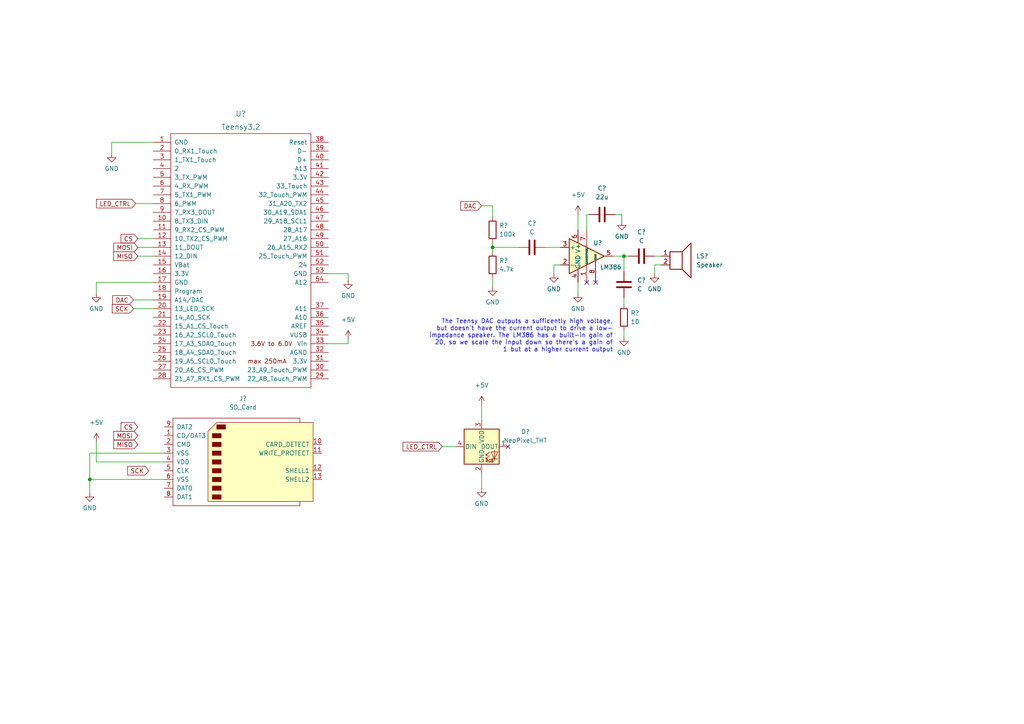
<source format=kicad_sch>
(kicad_sch (version 20231120) (generator "eeschema") (generator_version "8.0")
  (paper "A4")
  (lib_symbols
    (symbol "Amplifier_Audio:LM386" (pin_names (offset 0.127))
      (property "Reference" "U" (at 1.27 7.62 0))
      (property "Value" "LM386" (at 1.27 5.08 0))
      (symbol "LM386_0_1"
        (polyline (pts (xy 5.08 0) (xy -5.08 5.08) (xy -5.08 -5.08) (xy 5.08 0)) (stroke (width 0.254)) (fill (type background)))
      )
      (symbol "LM386_1_1"
        (pin input line (at 0 -7.62 90) (length 5.08) (name "GAIN") (number "1"))
        (pin input line (at -7.62 -2.54 0) (length 2.54) (name "-") (number "2"))
        (pin input line (at -7.62 2.54 0) (length 2.54) (name "+") (number "3"))
        (pin power_in line (at -2.54 -7.62 90) (length 3.81) (name "GND") (number "4"))
        (pin output line (at 7.62 0 180) (length 2.54) (name "~") (number "5"))
        (pin power_in line (at -2.54 7.62 270) (length 3.81) (name "V+") (number "6"))
        (pin input line (at 0 7.62 270) (length 5.08) (name "BYPASS") (number "7"))
        (pin input line (at 2.54 -7.62 90) (length 6.35) (name "GAIN") (number "8"))
      )
    )
    (symbol "Connector:SD_Card" (pin_names (offset 1.016))
      (property "Reference" "J" (at -16.51 13.97 0))
      (property "Value" "SD_Card" (at 15.24 -13.97 0))
      (symbol "SD_Card_0_1"
        (rectangle (start -8.89 -9.525) (end -6.35 -10.795) (fill (type outline)))
        (rectangle (start -8.89 -6.985) (end -6.35 -8.255) (fill (type outline)))
        (rectangle (start -8.89 -4.445) (end -6.35 -5.715) (fill (type outline)))
        (rectangle (start -8.89 -1.905) (end -6.35 -3.175) (fill (type outline)))
        (rectangle (start -8.89 0.635) (end -6.35 -0.635) (fill (type outline)))
        (rectangle (start -8.89 3.175) (end -6.35 1.905) (fill (type outline)))
        (rectangle (start -8.89 5.715) (end -6.35 4.445) (fill (type outline)))
        (rectangle (start -8.89 8.255) (end -6.35 6.985) (fill (type outline)))
        (rectangle (start -7.62 10.795) (end -5.08 9.525) (fill (type outline)))
        (polyline (pts (xy -10.16 8.89) (xy -7.62 11.43) (xy 20.32 11.43) (xy 20.32 -11.43) (xy -10.16 -11.43) (xy -10.16 8.89)) (fill (type background)))
        (polyline (pts (xy 16.51 11.43) (xy 16.51 12.7) (xy -20.32 12.7) (xy -20.32 -12.7) (xy 16.51 -12.7) (xy 16.51 -11.43)))
      )
      (symbol "SD_Card_1_1"
        (pin input line (at -22.86 7.62 0) (length 2.54) (name "CD/DAT3") (number "1"))
        (pin input line (at 22.86 5.08 180) (length 2.54) (name "CARD_DETECT") (number "10"))
        (pin input line (at 22.86 2.54 180) (length 2.54) (name "WRITE_PROTECT") (number "11"))
        (pin input line (at 22.86 -2.54 180) (length 2.54) (name "SHELL1") (number "12"))
        (pin input line (at 22.86 -5.08 180) (length 2.54) (name "SHELL2") (number "13"))
        (pin input line (at -22.86 5.08 0) (length 2.54) (name "CMD") (number "2"))
        (pin power_in line (at -22.86 2.54 0) (length 2.54) (name "VSS") (number "3"))
        (pin power_in line (at -22.86 0 0) (length 2.54) (name "VDD") (number "4"))
        (pin input line (at -22.86 -2.54 0) (length 2.54) (name "CLK") (number "5"))
        (pin power_in line (at -22.86 -5.08 0) (length 2.54) (name "VSS") (number "6"))
        (pin input line (at -22.86 -7.62 0) (length 2.54) (name "DAT0") (number "7"))
        (pin input line (at -22.86 -10.16 0) (length 2.54) (name "DAT1") (number "8"))
        (pin input line (at -22.86 10.16 0) (length 2.54) (name "DAT2") (number "9"))
      )
    )
    (symbol "Device:C" (pin_numbers hide) (pin_names (offset 0.254))
      (property "Reference" "C" (at 0.635 2.54 0))
      (property "Value" "C" (at 0.635 -2.54 0))
      (symbol "C_0_1"
        (polyline (pts (xy -2.032 -0.762) (xy 2.032 -0.762)) (stroke (width 0.508)))
        (polyline (pts (xy -2.032 0.762) (xy 2.032 0.762)) (stroke (width 0.508)))
      )
      (symbol "C_1_1"
        (pin passive line (at 0 3.81 270) (length 2.794) (name "~") (number "1"))
        (pin passive line (at 0 -3.81 90) (length 2.794) (name "~") (number "2"))
      )
    )
    (symbol "Device:R" (pin_numbers hide) (pin_names (offset 0))
      (property "Reference" "R" (at 2.032 0 90))
      (property "Value" "R" (at 0 0 90))
      (symbol "R_0_1"
        (rectangle (start -1.016 -2.54) (end 1.016 2.54) (stroke (width 0.254)))
      )
      (symbol "R_1_1"
        (pin passive line (at 0 3.81 270) (length 1.27) (name "~") (number "1"))
        (pin passive line (at 0 -3.81 90) (length 1.27) (name "~") (number "2"))
      )
    )
    (symbol "Device:Speaker" (pin_names (offset 0) hide)
      (property "Reference" "LS" (at 1.27 5.715 0))
      (property "Value" "Speaker" (at 1.27 3.81 0))
      (symbol "Speaker_0_0"
        (rectangle (start -2.54 1.27) (end 1.016 -3.81) (stroke (width 0.254)))
        (polyline (pts (xy 1.016 1.27) (xy 3.556 3.81) (xy 3.556 -6.35) (xy 1.016 -3.81)) (stroke (width 0.254)))
      )
      (symbol "Speaker_1_1"
        (pin input line (at -5.08 0 0) (length 2.54) (name "1") (number "1"))
        (pin input line (at -5.08 -2.54 0) (length 2.54) (name "2") (number "2"))
      )
    )
    (symbol "LED:NeoPixel_THT" (pin_names (offset 0.254))
      (property "Reference" "D" (at 5.08 5.715 0))
      (property "Value" "NeoPixel_THT" (at 1.27 -5.715 0))
      (symbol "NeoPixel_THT_0_0"
        (text "RGB" (at 2.286 -4.191 0) (effects (font (size 0.762 0.762))))
      )
      (symbol "NeoPixel_THT_0_1"
        (polyline (pts (xy 1.27 -3.556) (xy 1.778 -3.556)))
        (polyline (pts (xy 1.27 -2.54) (xy 1.778 -2.54)))
        (polyline (pts (xy 4.699 -3.556) (xy 2.667 -3.556)))
        (polyline (pts (xy 2.286 -2.54) (xy 1.27 -3.556) (xy 1.27 -3.048)))
        (polyline (pts (xy 2.286 -1.524) (xy 1.27 -2.54) (xy 1.27 -2.032)))
        (polyline (pts (xy 3.683 -1.016) (xy 3.683 -3.556) (xy 3.683 -4.064)))
        (polyline (pts (xy 4.699 -1.524) (xy 2.667 -1.524) (xy 3.683 -3.556) (xy 4.699 -1.524)))
        (rectangle (start 5.08 5.08) (end -5.08 -5.08) (stroke (width 0.254)) (fill (type background)))
      )
      (symbol "NeoPixel_THT_1_1"
        (pin output line (at 7.62 0 180) (length 2.54) (name "DOUT") (number "1"))
        (pin power_in line (at 0 -7.62 90) (length 2.54) (name "GND") (number "2"))
        (pin power_in line (at 0 7.62 270) (length 2.54) (name "VDD") (number "3"))
        (pin input line (at -7.62 0 0) (length 2.54) (name "DIN") (number "4"))
      )
    )
    (symbol "power:+5V" (power) (pin_names (offset 0))
      (property "Value" "+5V" (at 0 3.556 0))
      (symbol "+5V_0_1"
        (polyline (pts (xy -0.762 1.27) (xy 0 2.54)))
        (polyline (pts (xy 0 0) (xy 0 2.54)))
        (polyline (pts (xy 0 2.54) (xy 0.762 1.27)))
      )
      (symbol "+5V_1_1"
        (pin power_in line (at 0 0 90) (length 0) hide (name "+5V") (number "1"))
      )
    )
    (symbol "power:GND" (power) (pin_names (offset 0))
      (property "Value" "GND" (at 0 -3.81 0))
      (symbol "GND_0_1"
        (polyline (pts (xy 0 0) (xy 0 -1.27) (xy 1.27 -1.27) (xy 0 -2.54) (xy -1.27 -1.27) (xy 0 -1.27)))
      )
      (symbol "GND_1_1"
        (pin power_in line (at 0 0 270) (length 0) hide (name "GND") (number "1"))
      )
    )
    (symbol "teensy:Teensy3.2" (pin_names (offset 1.016))
      (property "Reference" "U" (at 0 39.37 0))
      (property "Value" "Teensy3.2" (at 0 -39.37 0))
      (symbol "Teensy3.2_0_0"
        (text "3.6V to 6.0V" (at 8.89 -24.13 0) (effects (font (size 1.27 1.27))))
        (text "max 250mA" (at 7.62 -29.21 0) (effects (font (size 1.27 1.27))))
      )
      (symbol "Teensy3.2_0_1"
        (rectangle (start -20.32 -36.83) (end 20.32 36.83))
      )
      (symbol "Teensy3.2_1_1"
        (pin power_in line (at -25.4 34.29 0) (length 5.08) (name "GND") (number "1"))
        (pin bidirectional line (at -25.4 11.43 0) (length 5.08) (name "8_TX3_DIN") (number "10"))
        (pin bidirectional line (at -25.4 8.89 0) (length 5.08) (name "9_RX2_CS_PWM") (number "11"))
        (pin bidirectional line (at -25.4 6.35 0) (length 5.08) (name "10_TX2_CS_PWM") (number "12"))
        (pin bidirectional line (at -25.4 3.81 0) (length 5.08) (name "11_DOUT") (number "13"))
        (pin bidirectional line (at -25.4 1.27 0) (length 5.08) (name "12_DIN") (number "14"))
        (pin power_in line (at -25.4 -1.27 0) (length 5.08) (name "VBat") (number "15"))
        (pin power_out line (at -25.4 -3.81 0) (length 5.08) (name "3.3V") (number "16"))
        (pin power_in line (at -25.4 -6.35 0) (length 5.08) (name "GND") (number "17"))
        (pin input line (at -25.4 -8.89 0) (length 5.08) (name "Program") (number "18"))
        (pin bidirectional line (at -25.4 -11.43 0) (length 5.08) (name "A14/DAC") (number "19"))
        (pin bidirectional line (at -25.4 31.75 0) (length 5.08) (name "0_RX1_Touch") (number "2"))
        (pin bidirectional line (at -25.4 -13.97 0) (length 5.08) (name "13_LED_SCK") (number "20"))
        (pin bidirectional line (at -25.4 -16.51 0) (length 5.08) (name "14_A0_SCK") (number "21"))
        (pin bidirectional line (at -25.4 -19.05 0) (length 5.08) (name "15_A1_CS_Touch") (number "22"))
        (pin bidirectional line (at -25.4 -21.59 0) (length 5.08) (name "16_A2_SCL0_Touch") (number "23"))
        (pin bidirectional line (at -25.4 -24.13 0) (length 5.08) (name "17_A3_SDA0_Touch") (number "24"))
        (pin bidirectional line (at -25.4 -26.67 0) (length 5.08) (name "18_A4_SDA0_Touch") (number "25"))
        (pin bidirectional line (at -25.4 -29.21 0) (length 5.08) (name "19_A5_SCL0_Touch") (number "26"))
        (pin bidirectional line (at -25.4 -31.75 0) (length 5.08) (name "20_A6_CS_PWM") (number "27"))
        (pin bidirectional line (at -25.4 -34.29 0) (length 5.08) (name "21_A7_RX1_CS_PWM") (number "28"))
        (pin bidirectional line (at 25.4 -34.29 180) (length 5.08) (name "22_A8_Touch_PWM") (number "29"))
        (pin bidirectional line (at -25.4 29.21 0) (length 5.08) (name "1_TX1_Touch") (number "3"))
        (pin bidirectional line (at 25.4 -31.75 180) (length 5.08) (name "23_A9_Touch_PWM") (number "30"))
        (pin power_out line (at 25.4 -29.21 180) (length 5.08) (name "3.3V") (number "31"))
        (pin power_out line (at 25.4 -26.67 180) (length 5.08) (name "AGND") (number "32"))
        (pin power_in line (at 25.4 -24.13 180) (length 5.08) (name "Vin") (number "33"))
        (pin power_in line (at 25.4 -21.59 180) (length 5.08) (name "VUSB") (number "34"))
        (pin input line (at 25.4 -19.05 180) (length 5.08) (name "AREF") (number "35"))
        (pin bidirectional line (at 25.4 -16.51 180) (length 5.08) (name "A10") (number "36"))
        (pin bidirectional line (at 25.4 -13.97 180) (length 5.08) (name "A11") (number "37"))
        (pin input line (at 25.4 34.29 180) (length 5.08) (name "Reset") (number "38"))
        (pin bidirectional line (at 25.4 31.75 180) (length 5.08) (name "D-") (number "39"))
        (pin bidirectional line (at -25.4 26.67 0) (length 5.08) (name "2") (number "4"))
        (pin bidirectional line (at 25.4 29.21 180) (length 5.08) (name "D+") (number "40"))
        (pin bidirectional line (at 25.4 26.67 180) (length 5.08) (name "A13") (number "41"))
        (pin power_out line (at 25.4 24.13 180) (length 5.08) (name "3.3V") (number "42"))
        (pin bidirectional line (at 25.4 21.59 180) (length 5.08) (name "33_Touch") (number "43"))
        (pin bidirectional line (at 25.4 19.05 180) (length 5.08) (name "32_Touch_PWM") (number "44"))
        (pin bidirectional line (at 25.4 16.51 180) (length 5.08) (name "31_A20_TX2") (number "45"))
        (pin bidirectional line (at 25.4 13.97 180) (length 5.08) (name "30_A19_SDA1") (number "46"))
        (pin bidirectional line (at 25.4 11.43 180) (length 5.08) (name "29_A18_SCL1") (number "47"))
        (pin bidirectional line (at 25.4 8.89 180) (length 5.08) (name "28_A17") (number "48"))
        (pin bidirectional line (at 25.4 6.35 180) (length 5.08) (name "27_A16") (number "49"))
        (pin bidirectional line (at -25.4 24.13 0) (length 5.08) (name "3_TX_PWM") (number "5"))
        (pin bidirectional line (at 25.4 3.81 180) (length 5.08) (name "26_A15_RX2") (number "50"))
        (pin bidirectional line (at 25.4 1.27 180) (length 5.08) (name "25_Touch_PWM") (number "51"))
        (pin bidirectional line (at 25.4 -1.27 180) (length 5.08) (name "24") (number "52"))
        (pin power_in line (at 25.4 -3.81 180) (length 5.08) (name "GND") (number "53"))
        (pin bidirectional line (at 25.4 -6.35 180) (length 5.08) (name "A12") (number "54"))
        (pin bidirectional line (at -25.4 21.59 0) (length 5.08) (name "4_RX_PWM") (number "6"))
        (pin bidirectional line (at -25.4 19.05 0) (length 5.08) (name "5_TX1_PWM") (number "7"))
        (pin bidirectional line (at -25.4 16.51 0) (length 5.08) (name "6_PWM") (number "8"))
        (pin bidirectional line (at -25.4 13.97 0) (length 5.08) (name "7_RX3_DOUT") (number "9"))
      )
    )
  )
  (junction (at 180.975 74.295))
  (junction (at 26.035 139.065))
  (junction (at 142.875 71.755))
  (no_connect (at 147.32 129.54))
  (no_connect (at 172.72 81.915))
  (no_connect (at 170.18 81.915))
  (wire (pts (xy 142.875 71.755) (xy 142.875 73.025)))
  (wire (pts (xy 100.965 98.425) (xy 100.965 99.695)))
  (wire (pts (xy 142.875 70.485) (xy 142.875 71.755)))
  (wire (pts (xy 40.005 69.215) (xy 44.45 69.215)))
  (wire (pts (xy 180.975 74.295) (xy 182.245 74.295)))
  (wire (pts (xy 26.035 131.445) (xy 26.035 139.065)))
  (wire (pts (xy 40.005 74.295) (xy 44.45 74.295)))
  (wire (pts (xy 160.655 76.835) (xy 162.56 76.835)))
  (wire (pts (xy 158.115 71.755) (xy 162.56 71.755)))
  (wire (pts (xy 47.625 139.065) (xy 26.035 139.065)))
  (wire (pts (xy 139.7 117.475) (xy 139.7 121.92)))
  (wire (pts (xy 142.875 62.865) (xy 142.875 59.69)))
  (wire (pts (xy 100.965 79.375) (xy 95.25 79.375)))
  (wire (pts (xy 189.865 79.375) (xy 189.865 76.835)))
  (wire (pts (xy 180.975 74.295) (xy 177.8 74.295)))
  (wire (pts (xy 27.94 133.985) (xy 47.625 133.985)))
  (wire (pts (xy 139.7 137.16) (xy 139.7 141.605)))
  (wire (pts (xy 38.735 86.995) (xy 44.45 86.995)))
  (wire (pts (xy 180.34 62.23) (xy 178.435 62.23)))
  (wire (pts (xy 44.45 41.275) (xy 32.385 41.275)))
  (wire (pts (xy 180.34 64.135) (xy 180.34 62.23)))
  (wire (pts (xy 128.27 129.54) (xy 132.08 129.54)))
  (wire (pts (xy 180.975 95.885) (xy 180.975 97.79)))
  (wire (pts (xy 167.64 62.23) (xy 167.64 66.675)))
  (wire (pts (xy 27.94 128.27) (xy 27.94 133.985)))
  (wire (pts (xy 26.035 139.065) (xy 26.035 142.875)))
  (wire (pts (xy 40.005 71.755) (xy 44.45 71.755)))
  (wire (pts (xy 142.875 80.645) (xy 142.875 83.185)))
  (wire (pts (xy 100.965 79.375) (xy 100.965 81.28)))
  (wire (pts (xy 38.735 89.535) (xy 44.45 89.535)))
  (wire (pts (xy 100.965 99.695) (xy 95.25 99.695)))
  (wire (pts (xy 139.7 59.69) (xy 142.875 59.69)))
  (wire (pts (xy 142.875 71.755) (xy 150.495 71.755)))
  (wire (pts (xy 189.865 76.835) (xy 191.77 76.835)))
  (wire (pts (xy 44.45 81.915) (xy 27.94 81.915)))
  (wire (pts (xy 189.865 74.295) (xy 191.77 74.295)))
  (wire (pts (xy 39.37 59.055) (xy 44.45 59.055)))
  (wire (pts (xy 160.655 79.375) (xy 160.655 76.835)))
  (wire (pts (xy 26.035 131.445) (xy 47.625 131.445)))
  (wire (pts (xy 170.815 62.23) (xy 170.18 62.23)))
  (wire (pts (xy 32.385 41.275) (xy 32.385 44.45)))
  (wire (pts (xy 180.975 78.74) (xy 180.975 74.295)))
  (wire (pts (xy 180.975 86.36) (xy 180.975 88.265)))
  (wire (pts (xy 27.94 81.915) (xy 27.94 85.09)))
  (wire (pts (xy 167.64 81.915) (xy 167.64 85.09)))
  (wire (pts (xy 170.18 62.23) (xy 170.18 66.675)))
  (text "The Teensy DAC outputs a sufficently high voltage,\nbut doesn't have the current output to drive a low-\nimpedance speaker. The LM386 has a built-in gain of\n20, so we scale the input down so there's a gain of\n1 but at a higher current output" (at 177.8 102.235 0) (effects (font (size 1.27 1.27)) (justify right bottom)))
  (global_label "SCK" (shape input) (at 43.18 136.525 180) (property "Intersheetrefs" "${INTERSHEET_REFS}" (effects (hide yes))))
  (global_label "MOSI" (shape input) (at 40.005 71.755 180) (property "Intersheetrefs" "${INTERSHEET_REFS}" (effects (hide yes))))
  (global_label "MISO" (shape input) (at 40.005 74.295 180) (property "Intersheetrefs" "${INTERSHEET_REFS}" (effects (hide yes))))
  (global_label "MOSI" (shape input) (at 40.005 126.365 180) (property "Intersheetrefs" "${INTERSHEET_REFS}" (effects (hide yes))))
  (global_label "MISO" (shape input) (at 40.005 128.905 180) (property "Intersheetrefs" "${INTERSHEET_REFS}" (effects (hide yes))))
  (global_label "SCK" (shape input) (at 38.735 89.535 180) (property "Intersheetrefs" "${INTERSHEET_REFS}" (effects (hide yes))))
  (global_label "DAC" (shape input) (at 139.7 59.69 180) (property "Intersheetrefs" "${INTERSHEET_REFS}" (effects (hide yes))))
  (global_label "LED_CTRL" (shape input) (at 39.37 59.055 180) (property "Intersheetrefs" "${INTERSHEET_REFS}" (effects (hide yes))))
  (global_label "DAC" (shape input) (at 38.735 86.995 180) (property "Intersheetrefs" "${INTERSHEET_REFS}" (effects (hide yes))))
  (global_label "CS" (shape input) (at 40.005 69.215 180) (property "Intersheetrefs" "${INTERSHEET_REFS}" (effects (hide yes))))
  (global_label "CS" (shape input) (at 40.005 123.825 180) (property "Intersheetrefs" "${INTERSHEET_REFS}" (effects (hide yes))))
  (global_label "LED_CTRL" (shape input) (at 128.27 129.54 180) (property "Intersheetrefs" "${INTERSHEET_REFS}" (effects (hide yes))))
  (symbol (lib_id "power:+5V") (at 167.64 62.23 0) (unit 1)
    (property "Reference" "#PWR?" (effects (hide yes)))
    (property "Value" "+5V" (at 167.64 56.515 0))
  )
  (symbol (lib_id "LED:NeoPixel_THT") (at 139.7 129.54 0) (unit 1)
    (property "Reference" "D?" (at 152.4 125.2093 0))
    (property "Value" "NeoPixel_THT" (at 152.4 127.7493 0))
    (property "Datasheet" "https://www.adafruit.com/product/1938" (effects (hide yes)))
  )
  (symbol (lib_id "power:GND") (at 100.965 81.28 0) (unit 1)
    (property "Reference" "#PWR?" (effects (hide yes)))
    (property "Value" "GND" (at 100.965 85.725 0))
  )
  (symbol (lib_id "power:+5V") (at 100.965 98.425 0) (unit 1)
    (property "Reference" "#PWR?" (effects (hide yes)))
    (property "Value" "+5V" (at 100.965 92.71 0))
  )
  (symbol (lib_id "Device:Speaker") (at 196.85 74.295 0) (unit 1)
    (property "Reference" "LS?" (at 201.93 74.2949 0) (effects (justify left)))
    (property "Value" "Speaker" (at 201.93 76.8349 0) (effects (justify left)))
  )
  (symbol (lib_id "Device:R") (at 180.975 92.075 180) (unit 1)
    (property "Reference" "R?" (at 182.88 90.8049 0) (effects (justify right)))
    (property "Value" "10" (at 182.88 93.3449 0) (effects (justify right)))
  )
  (symbol (lib_id "Device:C") (at 180.975 82.55 180) (unit 1)
    (property "Reference" "C?" (at 184.785 81.2799 0) (effects (justify right)))
    (property "Value" "C" (at 184.785 83.8199 0) (effects (justify right)))
  )
  (symbol (lib_id "power:+5V") (at 27.94 128.27 0) (unit 1)
    (property "Reference" "#PWR?" (effects (hide yes)))
    (property "Value" "+5V" (at 27.94 122.555 0))
  )
  (symbol (lib_id "teensy:Teensy3.2") (at 69.85 75.565 0) (unit 1)
    (property "Reference" "U?" (at 69.85 33.02 0) (effects (font (size 1.524 1.524))))
    (property "Value" "Teensy3.2" (at 69.85 36.83 0) (effects (font (size 1.524 1.524))))
  )
  (symbol (lib_id "power:GND") (at 167.64 85.09 0) (unit 1)
    (property "Reference" "#PWR?" (effects (hide yes)))
    (property "Value" "GND" (at 167.64 89.535 0))
  )
  (symbol (lib_id "power:+5V") (at 139.7 117.475 0) (unit 1)
    (property "Reference" "#PWR?" (effects (hide yes)))
    (property "Value" "+5V" (at 139.7 111.76 0))
  )
  (symbol (lib_id "power:GND") (at 26.035 142.875 0) (unit 1)
    (property "Reference" "#PWR?" (effects (hide yes)))
    (property "Value" "GND" (at 26.035 147.32 0))
  )
  (symbol (lib_id "Connector:SD_Card") (at 70.485 133.985 0) (unit 1)
    (property "Reference" "J?" (at 70.485 115.57 0))
    (property "Value" "SD_Card" (at 70.485 118.11 0))
    (property "Datasheet" "http://portal.fciconnect.com/Comergent//fci/drawing/10067847.pdf" (effects (hide yes)))
  )
  (symbol (lib_id "power:GND") (at 180.975 97.79 0) (unit 1)
    (property "Reference" "#PWR?" (effects (hide yes)))
    (property "Value" "GND" (at 180.975 102.235 0))
  )
  (symbol (lib_id "power:GND") (at 27.94 85.09 0) (unit 1)
    (property "Reference" "#PWR?" (effects (hide yes)))
    (property "Value" "GND" (at 27.94 89.535 0))
  )
  (symbol (lib_id "power:GND") (at 180.34 64.135 0) (unit 1)
    (property "Reference" "#PWR?" (effects (hide yes)))
    (property "Value" "GND" (at 180.34 68.58 0))
  )
  (symbol (lib_id "Amplifier_Audio:LM386") (at 170.18 74.295 0) (unit 1)
    (property "Reference" "U?" (at 173.355 70.485 0))
    (property "Value" "LM386" (at 177.165 77.47 0))
    (property "Datasheet" "http://www.ti.com/lit/ds/symlink/lm386.pdf" (effects (hide yes)))
  )
  (symbol (lib_id "Device:C") (at 174.625 62.23 90) (unit 1)
    (property "Reference" "C?" (at 174.625 54.61 90))
    (property "Value" "22u" (at 174.625 57.15 90))
  )
  (symbol (lib_id "power:GND") (at 139.7 141.605 0) (unit 1)
    (property "Reference" "#PWR?" (effects (hide yes)))
    (property "Value" "GND" (at 139.7 146.05 0))
  )
  (symbol (lib_id "Device:C") (at 154.305 71.755 90) (unit 1)
    (property "Reference" "C?" (at 154.305 64.77 90))
    (property "Value" "C" (at 154.305 67.31 90))
  )
  (symbol (lib_id "power:GND") (at 160.655 79.375 0) (unit 1)
    (property "Reference" "#PWR?" (effects (hide yes)))
    (property "Value" "GND" (at 160.655 83.82 0))
  )
  (symbol (lib_id "Device:R") (at 142.875 66.675 0) (unit 1)
    (property "Reference" "R?" (at 144.78 65.4049 0) (effects (justify left)))
    (property "Value" "100k" (at 144.78 67.9449 0) (effects (justify left)))
  )
  (symbol (lib_id "Device:R") (at 142.875 76.835 180) (unit 1)
    (property "Reference" "R?" (at 144.78 75.5649 0) (effects (justify right)))
    (property "Value" "4.7k" (at 144.78 78.1049 0) (effects (justify right)))
  )
  (symbol (lib_id "power:GND") (at 32.385 44.45 0) (unit 1)
    (property "Reference" "#PWR?" (effects (hide yes)))
    (property "Value" "GND" (at 32.385 48.895 0))
  )
  (symbol (lib_id "power:GND") (at 142.875 83.185 0) (unit 1)
    (property "Reference" "#PWR?" (effects (hide yes)))
    (property "Value" "GND" (at 142.875 87.63 0))
  )
  (symbol (lib_id "power:GND") (at 189.865 79.375 0) (unit 1)
    (property "Reference" "#PWR?" (effects (hide yes)))
    (property "Value" "GND" (at 189.865 83.82 0))
  )
  (symbol (lib_id "Device:C") (at 186.055 74.295 90) (unit 1)
    (property "Reference" "C?" (at 186.055 67.31 90))
    (property "Value" "C" (at 186.055 69.85 90))
  )
)
</source>
